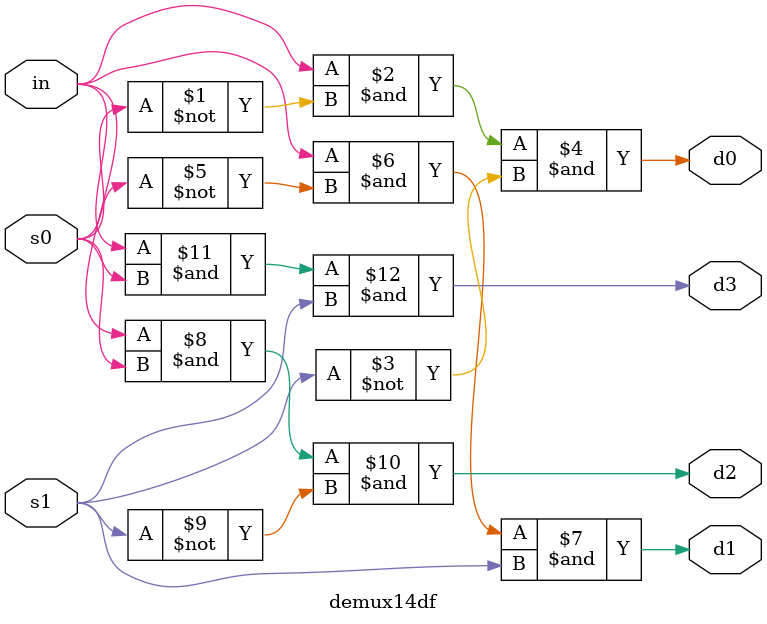
<source format=v>
module  demux14df(in,d0,d1,d2,d3,s0,s1); 

output d0,d1,d2,d3; 
input in,s0,s1; 

assign d0 = in & (~s0) & (~s1); 
assign d1= in & (~s0) & s1; 
assign d2= in & s0 & (~s1); 
assign d3= in & s0 & s1; 
endmodule

</source>
